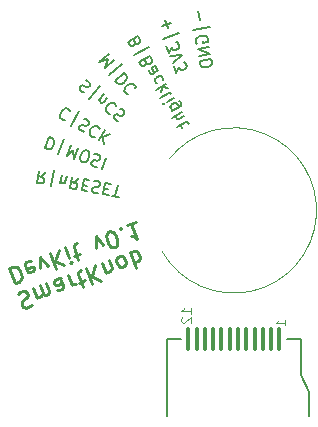
<source format=gbr>
%TF.GenerationSoftware,KiCad,Pcbnew,9.0.1*%
%TF.CreationDate,2025-04-26T02:16:23+02:00*%
%TF.ProjectId,view_screen,76696577-5f73-4637-9265-656e2e6b6963,0.1.0*%
%TF.SameCoordinates,Original*%
%TF.FileFunction,Legend,Bot*%
%TF.FilePolarity,Positive*%
%FSLAX46Y46*%
G04 Gerber Fmt 4.6, Leading zero omitted, Abs format (unit mm)*
G04 Created by KiCad (PCBNEW 9.0.1) date 2025-04-26 02:16:23*
%MOMM*%
%LPD*%
G01*
G04 APERTURE LIST*
G04 Aperture macros list*
%AMRoundRect*
0 Rectangle with rounded corners*
0 $1 Rounding radius*
0 $2 $3 $4 $5 $6 $7 $8 $9 X,Y pos of 4 corners*
0 Add a 4 corners polygon primitive as box body*
4,1,4,$2,$3,$4,$5,$6,$7,$8,$9,$2,$3,0*
0 Add four circle primitives for the rounded corners*
1,1,$1+$1,$2,$3*
1,1,$1+$1,$4,$5*
1,1,$1+$1,$6,$7*
1,1,$1+$1,$8,$9*
0 Add four rect primitives between the rounded corners*
20,1,$1+$1,$2,$3,$4,$5,0*
20,1,$1+$1,$4,$5,$6,$7,0*
20,1,$1+$1,$6,$7,$8,$9,0*
20,1,$1+$1,$8,$9,$2,$3,0*%
%AMRotRect*
0 Rectangle, with rotation*
0 The origin of the aperture is its center*
0 $1 length*
0 $2 width*
0 $3 Rotation angle, in degrees counterclockwise*
0 Add horizontal line*
21,1,$1,$2,0,0,$3*%
G04 Aperture macros list end*
%ADD10C,0.120000*%
%ADD11C,0.270000*%
%ADD12C,0.150000*%
%ADD13C,2.400000*%
%ADD14RoundRect,0.087500X0.087500X-0.912500X0.087500X0.912500X-0.087500X0.912500X-0.087500X-0.912500X0*%
%ADD15RoundRect,0.150000X0.583790X-0.163846X-0.433790X0.423654X-0.583790X0.163846X0.433790X-0.423654X0*%
%ADD16RoundRect,0.200000X-0.264360X-0.213866X0.122010X-0.317393X0.264360X0.213866X-0.122010X0.317393X0*%
%ADD17RoundRect,0.200000X0.335876X0.053033X0.053033X0.335876X-0.335876X-0.053033X-0.053033X-0.335876X0*%
%ADD18RoundRect,0.200000X0.264360X0.213866X-0.122010X0.317393X-0.264360X-0.213866X0.122010X-0.317393X0*%
%ADD19RoundRect,0.225000X-0.333843X0.040915X-0.075733X-0.327703X0.333843X-0.040915X0.075733X0.327703X0*%
%ADD20RoundRect,1.000000X-0.469843X0.171019X-0.469850X0.171001X0.469843X-0.171019X0.469850X-0.171001X0*%
%ADD21RoundRect,1.000000X-0.171001X0.469850X-0.171019X0.469843X0.171001X-0.469850X0.171019X-0.469843X0*%
%ADD22RotRect,0.300000X1.800000X135.000000*%
%ADD23RotRect,1.200000X1.075000X135.000000*%
%ADD24RoundRect,1.000000X-0.086814X0.492406X-0.086834X0.492402X0.086814X-0.492406X0.086834X-0.492402X0*%
%ADD25RoundRect,1.000000X-0.433008X0.250009X-0.433018X0.249991X0.433008X-0.250009X0.433018X-0.249991X0*%
%ADD26RoundRect,1.000000X-0.321386X0.383029X-0.321401X0.383016X0.321386X-0.383029X0.321401X-0.383016X0*%
%ADD27RoundRect,1.000000X-0.492402X0.086834X-0.492406X0.086814X0.492402X-0.086834X0.492406X-0.086814X0*%
%ADD28RoundRect,1.000000X-0.249991X0.433018X-0.250009X0.433008X0.249991X-0.433018X0.250009X-0.433008X0*%
%ADD29RoundRect,1.000000X-0.383016X0.321401X-0.383029X0.321386X0.383016X-0.321401X0.383029X-0.321386X0*%
G04 APERTURE END LIST*
D10*
X94557095Y-95598321D02*
G75*
G02*
X93937823Y-103500000I5442905J-4401679D01*
G01*
D11*
X81709034Y-107074270D02*
X81874171Y-106943219D01*
X81874171Y-106943219D02*
X82187402Y-106829213D01*
X82187402Y-106829213D02*
X82335496Y-106846256D01*
X82335496Y-106846256D02*
X82420943Y-106886101D01*
X82420943Y-106886101D02*
X82529192Y-106988592D01*
X82529192Y-106988592D02*
X82574795Y-107113884D01*
X82574795Y-107113884D02*
X82557751Y-107261978D01*
X82557751Y-107261978D02*
X82517906Y-107347426D01*
X82517906Y-107347426D02*
X82415415Y-107455674D01*
X82415415Y-107455674D02*
X82187632Y-107609526D01*
X82187632Y-107609526D02*
X82085141Y-107717775D01*
X82085141Y-107717775D02*
X82045296Y-107803222D01*
X82045296Y-107803222D02*
X82028253Y-107951316D01*
X82028253Y-107951316D02*
X82073855Y-108076608D01*
X82073855Y-108076608D02*
X82182104Y-108179099D01*
X82182104Y-108179099D02*
X82267552Y-108218944D01*
X82267552Y-108218944D02*
X82415646Y-108235988D01*
X82415646Y-108235988D02*
X82728876Y-108121981D01*
X82728876Y-108121981D02*
X82894014Y-107990931D01*
X83001802Y-106532795D02*
X83321021Y-107409842D01*
X83275418Y-107284549D02*
X83360866Y-107324394D01*
X83360866Y-107324394D02*
X83508959Y-107341438D01*
X83508959Y-107341438D02*
X83696898Y-107273034D01*
X83696898Y-107273034D02*
X83799389Y-107164785D01*
X83799389Y-107164785D02*
X83816432Y-107016691D01*
X83816432Y-107016691D02*
X83565618Y-106327583D01*
X83816432Y-107016691D02*
X83924681Y-107119182D01*
X83924681Y-107119182D02*
X84072775Y-107136226D01*
X84072775Y-107136226D02*
X84260713Y-107067822D01*
X84260713Y-107067822D02*
X84363204Y-106959573D01*
X84363204Y-106959573D02*
X84380248Y-106811479D01*
X84380248Y-106811479D02*
X84129433Y-106122371D01*
X85319711Y-105689146D02*
X85570526Y-106378253D01*
X85570526Y-106378253D02*
X85553482Y-106526347D01*
X85553482Y-106526347D02*
X85450991Y-106634596D01*
X85450991Y-106634596D02*
X85200406Y-106725801D01*
X85200406Y-106725801D02*
X85052313Y-106708758D01*
X85342512Y-105751792D02*
X85194418Y-105734748D01*
X85194418Y-105734748D02*
X84881188Y-105848755D01*
X84881188Y-105848755D02*
X84778697Y-105957004D01*
X84778697Y-105957004D02*
X84761653Y-106105098D01*
X84761653Y-106105098D02*
X84807256Y-106230390D01*
X84807256Y-106230390D02*
X84915505Y-106332881D01*
X84915505Y-106332881D02*
X85063598Y-106349924D01*
X85063598Y-106349924D02*
X85376829Y-106235918D01*
X85376829Y-106235918D02*
X85524923Y-106252961D01*
X85946173Y-105461132D02*
X86265392Y-106338178D01*
X86174186Y-106087594D02*
X86282435Y-106190085D01*
X86282435Y-106190085D02*
X86367883Y-106229930D01*
X86367883Y-106229930D02*
X86515976Y-106246973D01*
X86515976Y-106246973D02*
X86641269Y-106201370D01*
X86891854Y-106110165D02*
X87393023Y-105927754D01*
X87239402Y-106480284D02*
X86828977Y-105352653D01*
X86828977Y-105352653D02*
X86846021Y-105204559D01*
X86846021Y-105204559D02*
X86948512Y-105096310D01*
X86948512Y-105096310D02*
X87073804Y-105050708D01*
X87512328Y-104891098D02*
X87991156Y-106206668D01*
X88264082Y-104617482D02*
X87973882Y-105574448D01*
X88742910Y-105933052D02*
X87717540Y-105454914D01*
X89147116Y-105289317D02*
X88827897Y-104412270D01*
X89101513Y-105164024D02*
X89186961Y-105203869D01*
X89186961Y-105203869D02*
X89335055Y-105220913D01*
X89335055Y-105220913D02*
X89522993Y-105152509D01*
X89522993Y-105152509D02*
X89625484Y-105044260D01*
X89625484Y-105044260D02*
X89642528Y-104896166D01*
X89642528Y-104896166D02*
X89391713Y-104207058D01*
X90206113Y-103910640D02*
X90103622Y-104018889D01*
X90103622Y-104018889D02*
X90063778Y-104104337D01*
X90063778Y-104104337D02*
X90046734Y-104252431D01*
X90046734Y-104252431D02*
X90183542Y-104628308D01*
X90183542Y-104628308D02*
X90291791Y-104730799D01*
X90291791Y-104730799D02*
X90377238Y-104770643D01*
X90377238Y-104770643D02*
X90525332Y-104787687D01*
X90525332Y-104787687D02*
X90713271Y-104719283D01*
X90713271Y-104719283D02*
X90815762Y-104611034D01*
X90815762Y-104611034D02*
X90855607Y-104525587D01*
X90855607Y-104525587D02*
X90872650Y-104377493D01*
X90872650Y-104377493D02*
X90735842Y-104001616D01*
X90735842Y-104001616D02*
X90627593Y-103899125D01*
X90627593Y-103899125D02*
X90542146Y-103859280D01*
X90542146Y-103859280D02*
X90394052Y-103842236D01*
X90394052Y-103842236D02*
X90206113Y-103910640D01*
X91208452Y-103545819D02*
X91687281Y-104861389D01*
X91504870Y-104360219D02*
X91652964Y-104377263D01*
X91652964Y-104377263D02*
X91903548Y-104286057D01*
X91903548Y-104286057D02*
X92006039Y-104177808D01*
X92006039Y-104177808D02*
X92045884Y-104092361D01*
X92045884Y-104092361D02*
X92062928Y-103944267D01*
X92062928Y-103944267D02*
X91926120Y-103568390D01*
X91926120Y-103568390D02*
X91817871Y-103465899D01*
X91817871Y-103465899D02*
X91732423Y-103426054D01*
X91732423Y-103426054D02*
X91584330Y-103409011D01*
X91584330Y-103409011D02*
X91333745Y-103500216D01*
X91333745Y-103500216D02*
X91231254Y-103608465D01*
X80977992Y-104870828D02*
X81456820Y-106186398D01*
X81456820Y-106186398D02*
X81770051Y-106072391D01*
X81770051Y-106072391D02*
X81935188Y-105941341D01*
X81935188Y-105941341D02*
X82014878Y-105770446D01*
X82014878Y-105770446D02*
X82031921Y-105622352D01*
X82031921Y-105622352D02*
X82003362Y-105348966D01*
X82003362Y-105348966D02*
X81934958Y-105161028D01*
X81934958Y-105161028D02*
X81781106Y-104933244D01*
X81781106Y-104933244D02*
X81672858Y-104830753D01*
X81672858Y-104830753D02*
X81501963Y-104751064D01*
X81501963Y-104751064D02*
X81291223Y-104756821D01*
X81291223Y-104756821D02*
X80977992Y-104870828D01*
X82817532Y-104272235D02*
X82669439Y-104255192D01*
X82669439Y-104255192D02*
X82418854Y-104346397D01*
X82418854Y-104346397D02*
X82316363Y-104454646D01*
X82316363Y-104454646D02*
X82299319Y-104602740D01*
X82299319Y-104602740D02*
X82481730Y-105103909D01*
X82481730Y-105103909D02*
X82589979Y-105206400D01*
X82589979Y-105206400D02*
X82738073Y-105223444D01*
X82738073Y-105223444D02*
X82988657Y-105132238D01*
X82988657Y-105132238D02*
X83091148Y-105023989D01*
X83091148Y-105023989D02*
X83108192Y-104875896D01*
X83108192Y-104875896D02*
X83062589Y-104750603D01*
X83062589Y-104750603D02*
X82390525Y-104853324D01*
X83615119Y-104904225D02*
X83609131Y-103913172D01*
X83609131Y-103913172D02*
X84241581Y-104676211D01*
X84423532Y-103616754D02*
X84902360Y-104932324D01*
X85175286Y-103343138D02*
X84885086Y-104300104D01*
X85654114Y-104658708D02*
X84628744Y-104180570D01*
X85739101Y-103137926D02*
X86058320Y-104014972D01*
X86217930Y-104453496D02*
X86132482Y-104413651D01*
X86132482Y-104413651D02*
X86172327Y-104328203D01*
X86172327Y-104328203D02*
X86257774Y-104368048D01*
X86257774Y-104368048D02*
X86217930Y-104453496D01*
X86217930Y-104453496D02*
X86172327Y-104328203D01*
X86496844Y-103855363D02*
X86998013Y-103672952D01*
X86844392Y-104225482D02*
X86433968Y-103097851D01*
X86433968Y-103097851D02*
X86451011Y-102949757D01*
X86451011Y-102949757D02*
X86553502Y-102841508D01*
X86553502Y-102841508D02*
X86678794Y-102795906D01*
X88313583Y-103194124D02*
X88307595Y-102203071D01*
X88307595Y-102203071D02*
X88940045Y-102966110D01*
X89851409Y-103131017D02*
X89976701Y-103085415D01*
X89976701Y-103085415D02*
X90079192Y-102977166D01*
X90079192Y-102977166D02*
X90119037Y-102891718D01*
X90119037Y-102891718D02*
X90136080Y-102743625D01*
X90136080Y-102743625D02*
X90107521Y-102470239D01*
X90107521Y-102470239D02*
X89993514Y-102157008D01*
X89993514Y-102157008D02*
X89839663Y-101929224D01*
X89839663Y-101929224D02*
X89731414Y-101826733D01*
X89731414Y-101826733D02*
X89645967Y-101786889D01*
X89645967Y-101786889D02*
X89497873Y-101769845D01*
X89497873Y-101769845D02*
X89372580Y-101815448D01*
X89372580Y-101815448D02*
X89270089Y-101923697D01*
X89270089Y-101923697D02*
X89230245Y-102009144D01*
X89230245Y-102009144D02*
X89213201Y-102157238D01*
X89213201Y-102157238D02*
X89241760Y-102430624D01*
X89241760Y-102430624D02*
X89355767Y-102743855D01*
X89355767Y-102743855D02*
X89509619Y-102971638D01*
X89509619Y-102971638D02*
X89617867Y-103074129D01*
X89617867Y-103074129D02*
X89703315Y-103113974D01*
X89703315Y-103113974D02*
X89851409Y-103131017D01*
X90420522Y-101575919D02*
X90460366Y-101490471D01*
X90460366Y-101490471D02*
X90374919Y-101450626D01*
X90374919Y-101450626D02*
X90335074Y-101536074D01*
X90335074Y-101536074D02*
X90420522Y-101575919D01*
X90420522Y-101575919D02*
X90374919Y-101450626D01*
X91690489Y-100971798D02*
X90938735Y-101245414D01*
X91314612Y-101108606D02*
X91793440Y-102424176D01*
X91793440Y-102424176D02*
X91599744Y-102281840D01*
X91599744Y-102281840D02*
X91428849Y-102202150D01*
X91428849Y-102202150D02*
X91280755Y-102185107D01*
D10*
X96363855Y-108747618D02*
X96363855Y-108290475D01*
X96363855Y-108519047D02*
X95563855Y-108519047D01*
X95563855Y-108519047D02*
X95678140Y-108442856D01*
X95678140Y-108442856D02*
X95754331Y-108366666D01*
X95754331Y-108366666D02*
X95792426Y-108290475D01*
X95640045Y-109052380D02*
X95601950Y-109090476D01*
X95601950Y-109090476D02*
X95563855Y-109166666D01*
X95563855Y-109166666D02*
X95563855Y-109357142D01*
X95563855Y-109357142D02*
X95601950Y-109433333D01*
X95601950Y-109433333D02*
X95640045Y-109471428D01*
X95640045Y-109471428D02*
X95716236Y-109509523D01*
X95716236Y-109509523D02*
X95792426Y-109509523D01*
X95792426Y-109509523D02*
X95906712Y-109471428D01*
X95906712Y-109471428D02*
X96363855Y-109014285D01*
X96363855Y-109014285D02*
X96363855Y-109509523D01*
X104363855Y-109728571D02*
X104363855Y-109271428D01*
X104363855Y-109500000D02*
X103563855Y-109500000D01*
X103563855Y-109500000D02*
X103678140Y-109423809D01*
X103678140Y-109423809D02*
X103754331Y-109347619D01*
X103754331Y-109347619D02*
X103792426Y-109271428D01*
D12*
X84361578Y-93801272D02*
X84019558Y-94740965D01*
X84019558Y-94740965D02*
X84243294Y-94822398D01*
X84243294Y-94822398D02*
X84393823Y-94826511D01*
X84393823Y-94826511D02*
X84515891Y-94769590D01*
X84515891Y-94769590D02*
X84593211Y-94696382D01*
X84593211Y-94696382D02*
X84703105Y-94533680D01*
X84703105Y-94533680D02*
X84751965Y-94399438D01*
X84751965Y-94399438D02*
X84772365Y-94204162D01*
X84772365Y-94204162D02*
X84760191Y-94098381D01*
X84760191Y-94098381D02*
X84703270Y-93976313D01*
X84703270Y-93976313D02*
X84585315Y-93882706D01*
X84585315Y-93882706D02*
X84361578Y-93801272D01*
X85639014Y-93911495D02*
X85150414Y-95253913D01*
X86196216Y-94469026D02*
X85854196Y-95408719D01*
X85854196Y-95408719D02*
X86411727Y-94851516D01*
X86411727Y-94851516D02*
X86480658Y-95636732D01*
X86480658Y-95636732D02*
X86822678Y-94697040D01*
X87107119Y-95864746D02*
X87286109Y-95929892D01*
X87286109Y-95929892D02*
X87391890Y-95917718D01*
X87391890Y-95917718D02*
X87513958Y-95860797D01*
X87513958Y-95860797D02*
X87623852Y-95698095D01*
X87623852Y-95698095D02*
X87737858Y-95384864D01*
X87737858Y-95384864D02*
X87758258Y-95189588D01*
X87758258Y-95189588D02*
X87701337Y-95067520D01*
X87701337Y-95067520D02*
X87628129Y-94990200D01*
X87628129Y-94990200D02*
X87449140Y-94925053D01*
X87449140Y-94925053D02*
X87343358Y-94937227D01*
X87343358Y-94937227D02*
X87221291Y-94994148D01*
X87221291Y-94994148D02*
X87111397Y-95156850D01*
X87111397Y-95156850D02*
X86997390Y-95470081D01*
X86997390Y-95470081D02*
X86976990Y-95665357D01*
X86976990Y-95665357D02*
X87033912Y-95787425D01*
X87033912Y-95787425D02*
X87107119Y-95864746D01*
X88193556Y-95246674D02*
X88344085Y-95250786D01*
X88344085Y-95250786D02*
X88567821Y-95332220D01*
X88567821Y-95332220D02*
X88641029Y-95409540D01*
X88641029Y-95409540D02*
X88669490Y-95470574D01*
X88669490Y-95470574D02*
X88681664Y-95576355D01*
X88681664Y-95576355D02*
X88649090Y-95665850D01*
X88649090Y-95665850D02*
X88571770Y-95739058D01*
X88571770Y-95739058D02*
X88510736Y-95767518D01*
X88510736Y-95767518D02*
X88404955Y-95779692D01*
X88404955Y-95779692D02*
X88209679Y-95759293D01*
X88209679Y-95759293D02*
X88103898Y-95771467D01*
X88103898Y-95771467D02*
X88042864Y-95799927D01*
X88042864Y-95799927D02*
X87965543Y-95873135D01*
X87965543Y-95873135D02*
X87932970Y-95962630D01*
X87932970Y-95962630D02*
X87945144Y-96068411D01*
X87945144Y-96068411D02*
X87973604Y-96129445D01*
X87973604Y-96129445D02*
X88046812Y-96206766D01*
X88046812Y-96206766D02*
X88270548Y-96288199D01*
X88270548Y-96288199D02*
X88421077Y-96292312D01*
X89149536Y-95543946D02*
X88807516Y-96483639D01*
X94152674Y-83871614D02*
X94413261Y-84587571D01*
X94640945Y-84099299D02*
X93924989Y-84359886D01*
X95328770Y-85014479D02*
X93986352Y-85503080D01*
X94287573Y-86052221D02*
X94499300Y-86633935D01*
X94499300Y-86633935D02*
X94743271Y-86190411D01*
X94743271Y-86190411D02*
X94792131Y-86324653D01*
X94792131Y-86324653D02*
X94869452Y-86397861D01*
X94869452Y-86397861D02*
X94930486Y-86426321D01*
X94930486Y-86426321D02*
X95036267Y-86438495D01*
X95036267Y-86438495D02*
X95260003Y-86357062D01*
X95260003Y-86357062D02*
X95333211Y-86279741D01*
X95333211Y-86279741D02*
X95361672Y-86218707D01*
X95361672Y-86218707D02*
X95373846Y-86112926D01*
X95373846Y-86112926D02*
X95276126Y-85844442D01*
X95276126Y-85844442D02*
X95198805Y-85771235D01*
X95198805Y-85771235D02*
X95137771Y-85742774D01*
X94597020Y-86902419D02*
X95650719Y-86873630D01*
X95650719Y-86873630D02*
X94825033Y-87528881D01*
X94906467Y-87752617D02*
X95118193Y-88334332D01*
X95118193Y-88334332D02*
X95362165Y-87890807D01*
X95362165Y-87890807D02*
X95411025Y-88025049D01*
X95411025Y-88025049D02*
X95488346Y-88098257D01*
X95488346Y-88098257D02*
X95549379Y-88126718D01*
X95549379Y-88126718D02*
X95655161Y-88138892D01*
X95655161Y-88138892D02*
X95878897Y-88057458D01*
X95878897Y-88057458D02*
X95952105Y-87980138D01*
X95952105Y-87980138D02*
X95980565Y-87919104D01*
X95980565Y-87919104D02*
X95992739Y-87813322D01*
X95992739Y-87813322D02*
X95895019Y-87544839D01*
X95895019Y-87544839D02*
X95817699Y-87471631D01*
X95817699Y-87471631D02*
X95756665Y-87443170D01*
X96987438Y-83108518D02*
X97119741Y-83858848D01*
X97947210Y-84438247D02*
X96540342Y-84686316D01*
X96896021Y-85880795D02*
X96832588Y-85795273D01*
X96832588Y-85795273D02*
X96807781Y-85654586D01*
X96807781Y-85654586D02*
X96829870Y-85505630D01*
X96829870Y-85505630D02*
X96907123Y-85395301D01*
X96907123Y-85395301D02*
X96992645Y-85331867D01*
X96992645Y-85331867D02*
X97171959Y-85251896D01*
X97171959Y-85251896D02*
X97312646Y-85227089D01*
X97312646Y-85227089D02*
X97508497Y-85240909D01*
X97508497Y-85240909D02*
X97610557Y-85271266D01*
X97610557Y-85271266D02*
X97720886Y-85348520D01*
X97720886Y-85348520D02*
X97792589Y-85480938D01*
X97792589Y-85480938D02*
X97809127Y-85574729D01*
X97809127Y-85574729D02*
X97787038Y-85723685D01*
X97787038Y-85723685D02*
X97748411Y-85778849D01*
X97748411Y-85778849D02*
X97420142Y-85836732D01*
X97420142Y-85836732D02*
X97387066Y-85649149D01*
X97916623Y-86184372D02*
X96931815Y-86358020D01*
X96931815Y-86358020D02*
X98015851Y-86747119D01*
X98015851Y-86747119D02*
X97031043Y-86920767D01*
X98098540Y-87216075D02*
X97113733Y-87389723D01*
X97113733Y-87389723D02*
X97155077Y-87624201D01*
X97155077Y-87624201D02*
X97226780Y-87756619D01*
X97226780Y-87756619D02*
X97337109Y-87833872D01*
X97337109Y-87833872D02*
X97439169Y-87864230D01*
X97439169Y-87864230D02*
X97635021Y-87878050D01*
X97635021Y-87878050D02*
X97775707Y-87853243D01*
X97775707Y-87853243D02*
X97955021Y-87773272D01*
X97955021Y-87773272D02*
X98040543Y-87709838D01*
X98040543Y-87709838D02*
X98117796Y-87599509D01*
X98117796Y-87599509D02*
X98139885Y-87450553D01*
X98139885Y-87450553D02*
X98098540Y-87216075D01*
X86118066Y-91623808D02*
X86100636Y-91558759D01*
X86100636Y-91558759D02*
X86000728Y-91446091D01*
X86000728Y-91446091D02*
X85918249Y-91398472D01*
X85918249Y-91398472D02*
X85770722Y-91368283D01*
X85770722Y-91368283D02*
X85640624Y-91403142D01*
X85640624Y-91403142D02*
X85551766Y-91461811D01*
X85551766Y-91461811D02*
X85415288Y-91602959D01*
X85415288Y-91602959D02*
X85343860Y-91726677D01*
X85343860Y-91726677D02*
X85289861Y-91915444D01*
X85289861Y-91915444D02*
X85283481Y-92021732D01*
X85283481Y-92021732D02*
X85318341Y-92151829D01*
X85318341Y-92151829D02*
X85418249Y-92264497D01*
X85418249Y-92264497D02*
X85500728Y-92312116D01*
X85500728Y-92312116D02*
X85648255Y-92342306D01*
X85648255Y-92342306D02*
X85713304Y-92324876D01*
X86909702Y-91585987D02*
X86195416Y-92823166D01*
X87296576Y-92249235D02*
X87444103Y-92279424D01*
X87444103Y-92279424D02*
X87650300Y-92398472D01*
X87650300Y-92398472D02*
X87708969Y-92487330D01*
X87708969Y-92487330D02*
X87726399Y-92552379D01*
X87726399Y-92552379D02*
X87720019Y-92658667D01*
X87720019Y-92658667D02*
X87672400Y-92741146D01*
X87672400Y-92741146D02*
X87583542Y-92799815D01*
X87583542Y-92799815D02*
X87518493Y-92817245D01*
X87518493Y-92817245D02*
X87412205Y-92810865D01*
X87412205Y-92810865D02*
X87223438Y-92756866D01*
X87223438Y-92756866D02*
X87117150Y-92750486D01*
X87117150Y-92750486D02*
X87052101Y-92767916D01*
X87052101Y-92767916D02*
X86963243Y-92826585D01*
X86963243Y-92826585D02*
X86915624Y-92909064D01*
X86915624Y-92909064D02*
X86909244Y-93015352D01*
X86909244Y-93015352D02*
X86926674Y-93080401D01*
X86926674Y-93080401D02*
X86985343Y-93169259D01*
X86985343Y-93169259D02*
X87191539Y-93288307D01*
X87191539Y-93288307D02*
X87339067Y-93318496D01*
X88633664Y-93076189D02*
X88616234Y-93011140D01*
X88616234Y-93011140D02*
X88516325Y-92898472D01*
X88516325Y-92898472D02*
X88433847Y-92850853D01*
X88433847Y-92850853D02*
X88286319Y-92820664D01*
X88286319Y-92820664D02*
X88156222Y-92855523D01*
X88156222Y-92855523D02*
X88067363Y-92914192D01*
X88067363Y-92914192D02*
X87930886Y-93055340D01*
X87930886Y-93055340D02*
X87859457Y-93179058D01*
X87859457Y-93179058D02*
X87805459Y-93367825D01*
X87805459Y-93367825D02*
X87799079Y-93474113D01*
X87799079Y-93474113D02*
X87833938Y-93604210D01*
X87833938Y-93604210D02*
X87933847Y-93716878D01*
X87933847Y-93716878D02*
X88016325Y-93764497D01*
X88016325Y-93764497D02*
X88163853Y-93794687D01*
X88163853Y-93794687D02*
X88228902Y-93777257D01*
X89052436Y-93207996D02*
X88552436Y-94074021D01*
X89547308Y-93493710D02*
X88890440Y-93774296D01*
X89047308Y-94359735D02*
X88838151Y-93579150D01*
X89388145Y-86759739D02*
X88622100Y-87402526D01*
X88622100Y-87402526D02*
X89383537Y-87198741D01*
X89383537Y-87198741D02*
X89050625Y-87913223D01*
X89050625Y-87913223D02*
X89816670Y-87270435D01*
X90531152Y-87603347D02*
X89436803Y-88521615D01*
X90734938Y-88364784D02*
X89968893Y-89007572D01*
X89968893Y-89007572D02*
X90121938Y-89189963D01*
X90121938Y-89189963D02*
X90250243Y-89268789D01*
X90250243Y-89268789D02*
X90384417Y-89280528D01*
X90384417Y-89280528D02*
X90487983Y-89255789D01*
X90487983Y-89255789D02*
X90664505Y-89169831D01*
X90664505Y-89169831D02*
X90773940Y-89078004D01*
X90773940Y-89078004D02*
X90889244Y-88919090D01*
X90889244Y-88919090D02*
X90931592Y-88821394D01*
X90931592Y-88821394D02*
X90943331Y-88687220D01*
X90943331Y-88687220D02*
X90887982Y-88547176D01*
X90887982Y-88547176D02*
X90734938Y-88364784D01*
X91672076Y-89629786D02*
X91677945Y-89562699D01*
X91677945Y-89562699D02*
X91622597Y-89422655D01*
X91622597Y-89422655D02*
X91561379Y-89349699D01*
X91561379Y-89349699D02*
X91433074Y-89270873D01*
X91433074Y-89270873D02*
X91298899Y-89259134D01*
X91298899Y-89259134D02*
X91195334Y-89283873D01*
X91195334Y-89283873D02*
X91018812Y-89369831D01*
X91018812Y-89369831D02*
X90909377Y-89461658D01*
X90909377Y-89461658D02*
X90794072Y-89620572D01*
X90794072Y-89620572D02*
X90751725Y-89718268D01*
X90751725Y-89718268D02*
X90739986Y-89852442D01*
X90739986Y-89852442D02*
X90795334Y-89992486D01*
X90795334Y-89992486D02*
X90856552Y-90065443D01*
X90856552Y-90065443D02*
X90984857Y-90144269D01*
X90984857Y-90144269D02*
X91051945Y-90150138D01*
X84053944Y-96757058D02*
X83642985Y-97168131D01*
X83491197Y-96657831D02*
X83317548Y-97642638D01*
X83317548Y-97642638D02*
X83692713Y-97708790D01*
X83692713Y-97708790D02*
X83794774Y-97678432D01*
X83794774Y-97678432D02*
X83849938Y-97639806D01*
X83849938Y-97639806D02*
X83913372Y-97554283D01*
X83913372Y-97554283D02*
X83938178Y-97413597D01*
X83938178Y-97413597D02*
X83907821Y-97311536D01*
X83907821Y-97311536D02*
X83869194Y-97256372D01*
X83869194Y-97256372D02*
X83783672Y-97192938D01*
X83783672Y-97192938D02*
X83408507Y-97126787D01*
X84768365Y-96544554D02*
X84520296Y-97951422D01*
X85298151Y-97653396D02*
X85413917Y-96996858D01*
X85314689Y-97559605D02*
X85353316Y-97614770D01*
X85353316Y-97614770D02*
X85438838Y-97678203D01*
X85438838Y-97678203D02*
X85579525Y-97703010D01*
X85579525Y-97703010D02*
X85681585Y-97672653D01*
X85681585Y-97672653D02*
X85745019Y-97587130D01*
X85745019Y-97587130D02*
X85835977Y-97071279D01*
X86867681Y-97253196D02*
X86456722Y-97664269D01*
X86304933Y-97153968D02*
X86131285Y-98138776D01*
X86131285Y-98138776D02*
X86506450Y-98204928D01*
X86506450Y-98204928D02*
X86608510Y-98174570D01*
X86608510Y-98174570D02*
X86663675Y-98135943D01*
X86663675Y-98135943D02*
X86727108Y-98050421D01*
X86727108Y-98050421D02*
X86751915Y-97909734D01*
X86751915Y-97909734D02*
X86721557Y-97807674D01*
X86721557Y-97807674D02*
X86682931Y-97752510D01*
X86682931Y-97752510D02*
X86597408Y-97689076D01*
X86597408Y-97689076D02*
X86222244Y-97622924D01*
X87198782Y-97843468D02*
X87527052Y-97901351D01*
X87758697Y-97410306D02*
X87289741Y-97327616D01*
X87289741Y-97327616D02*
X87116093Y-98312424D01*
X87116093Y-98312424D02*
X87585049Y-98395114D01*
X88125593Y-97523353D02*
X88274549Y-97501265D01*
X88274549Y-97501265D02*
X88509027Y-97542609D01*
X88509027Y-97542609D02*
X88594549Y-97606043D01*
X88594549Y-97606043D02*
X88633176Y-97661207D01*
X88633176Y-97661207D02*
X88663533Y-97763268D01*
X88663533Y-97763268D02*
X88646996Y-97857059D01*
X88646996Y-97857059D02*
X88583562Y-97942581D01*
X88583562Y-97942581D02*
X88528397Y-97981208D01*
X88528397Y-97981208D02*
X88426337Y-98011565D01*
X88426337Y-98011565D02*
X88230486Y-98025385D01*
X88230486Y-98025385D02*
X88128426Y-98055743D01*
X88128426Y-98055743D02*
X88073261Y-98094370D01*
X88073261Y-98094370D02*
X88009828Y-98179892D01*
X88009828Y-98179892D02*
X87993290Y-98273683D01*
X87993290Y-98273683D02*
X88023647Y-98375743D01*
X88023647Y-98375743D02*
X88062274Y-98430908D01*
X88062274Y-98430908D02*
X88147796Y-98494341D01*
X88147796Y-98494341D02*
X88382274Y-98535686D01*
X88382274Y-98535686D02*
X88531230Y-98513597D01*
X89027711Y-98165958D02*
X89355980Y-98223840D01*
X89587626Y-97732796D02*
X89118670Y-97650106D01*
X89118670Y-97650106D02*
X88945022Y-98634914D01*
X88945022Y-98634914D02*
X89413978Y-98717603D01*
X89695351Y-98767217D02*
X90258099Y-98866445D01*
X90150373Y-97832023D02*
X89976725Y-98816831D01*
X91599776Y-85773491D02*
X91712444Y-85873400D01*
X91712444Y-85873400D02*
X91777492Y-85890830D01*
X91777492Y-85890830D02*
X91883781Y-85884450D01*
X91883781Y-85884450D02*
X92007499Y-85813021D01*
X92007499Y-85813021D02*
X92066168Y-85724163D01*
X92066168Y-85724163D02*
X92083597Y-85659114D01*
X92083597Y-85659114D02*
X92077218Y-85552826D01*
X92077218Y-85552826D02*
X91886741Y-85222911D01*
X91886741Y-85222911D02*
X91020716Y-85722911D01*
X91020716Y-85722911D02*
X91187383Y-86011587D01*
X91187383Y-86011587D02*
X91276241Y-86070256D01*
X91276241Y-86070256D02*
X91341290Y-86087685D01*
X91341290Y-86087685D02*
X91447578Y-86081306D01*
X91447578Y-86081306D02*
X91530057Y-86033687D01*
X91530057Y-86033687D02*
X91588726Y-85944828D01*
X91588726Y-85944828D02*
X91606156Y-85879779D01*
X91606156Y-85879779D02*
X91599776Y-85773491D01*
X91599776Y-85773491D02*
X91433109Y-85484816D01*
X92794464Y-86128467D02*
X91557285Y-86842752D01*
X92575966Y-87464303D02*
X92688634Y-87564211D01*
X92688634Y-87564211D02*
X92753683Y-87581641D01*
X92753683Y-87581641D02*
X92859971Y-87575261D01*
X92859971Y-87575261D02*
X92983689Y-87503833D01*
X92983689Y-87503833D02*
X93042358Y-87414974D01*
X93042358Y-87414974D02*
X93059788Y-87349926D01*
X93059788Y-87349926D02*
X93053408Y-87243637D01*
X93053408Y-87243637D02*
X92862932Y-86913723D01*
X92862932Y-86913723D02*
X91996907Y-87413723D01*
X91996907Y-87413723D02*
X92163573Y-87702398D01*
X92163573Y-87702398D02*
X92252432Y-87761067D01*
X92252432Y-87761067D02*
X92317480Y-87778497D01*
X92317480Y-87778497D02*
X92423769Y-87772117D01*
X92423769Y-87772117D02*
X92506247Y-87724498D01*
X92506247Y-87724498D02*
X92564916Y-87635640D01*
X92564916Y-87635640D02*
X92582346Y-87570591D01*
X92582346Y-87570591D02*
X92575966Y-87464303D01*
X92575966Y-87464303D02*
X92409300Y-87175628D01*
X93577218Y-88150902D02*
X93123585Y-88412807D01*
X93123585Y-88412807D02*
X93017297Y-88419187D01*
X93017297Y-88419187D02*
X92928439Y-88360518D01*
X92928439Y-88360518D02*
X92833201Y-88195560D01*
X92833201Y-88195560D02*
X92826821Y-88089272D01*
X93535978Y-88174712D02*
X93529599Y-88068424D01*
X93529599Y-88068424D02*
X93410551Y-87862227D01*
X93410551Y-87862227D02*
X93321693Y-87803558D01*
X93321693Y-87803558D02*
X93215405Y-87809938D01*
X93215405Y-87809938D02*
X93132926Y-87857557D01*
X93132926Y-87857557D02*
X93074257Y-87946415D01*
X93074257Y-87946415D02*
X93080637Y-88052703D01*
X93080637Y-88052703D02*
X93199684Y-88258900D01*
X93199684Y-88258900D02*
X93206064Y-88365188D01*
X93988359Y-88958259D02*
X93981980Y-88851970D01*
X93981980Y-88851970D02*
X93886742Y-88687013D01*
X93886742Y-88687013D02*
X93797883Y-88628344D01*
X93797883Y-88628344D02*
X93732834Y-88610914D01*
X93732834Y-88610914D02*
X93626546Y-88617294D01*
X93626546Y-88617294D02*
X93379110Y-88760151D01*
X93379110Y-88760151D02*
X93320441Y-88849010D01*
X93320441Y-88849010D02*
X93303012Y-88914058D01*
X93303012Y-88914058D02*
X93309391Y-89020347D01*
X93309391Y-89020347D02*
X93404629Y-89185304D01*
X93404629Y-89185304D02*
X93493488Y-89243973D01*
X94243884Y-89305603D02*
X93377859Y-89805603D01*
X93961589Y-89578558D02*
X94434361Y-89635517D01*
X93857010Y-89968851D02*
X93996449Y-89448460D01*
X94720075Y-90130389D02*
X94631217Y-90071720D01*
X94631217Y-90071720D02*
X94524929Y-90078100D01*
X94524929Y-90078100D02*
X93782621Y-90506671D01*
X94910551Y-90460304D02*
X94333201Y-90793637D01*
X94044526Y-90960304D02*
X94061956Y-90895255D01*
X94061956Y-90895255D02*
X94127005Y-90912685D01*
X94127005Y-90912685D02*
X94109575Y-90977734D01*
X94109575Y-90977734D02*
X94044526Y-90960304D01*
X94044526Y-90960304D02*
X94127005Y-90912685D01*
X94785582Y-91577184D02*
X95486650Y-91172422D01*
X95486650Y-91172422D02*
X95545319Y-91083563D01*
X95545319Y-91083563D02*
X95562749Y-91018515D01*
X95562749Y-91018515D02*
X95556369Y-90912226D01*
X95556369Y-90912226D02*
X95484941Y-90788509D01*
X95484941Y-90788509D02*
X95396082Y-90729839D01*
X95321693Y-91267660D02*
X95315313Y-91161372D01*
X95315313Y-91161372D02*
X95220075Y-90996415D01*
X95220075Y-90996415D02*
X95131217Y-90937745D01*
X95131217Y-90937745D02*
X95066168Y-90920316D01*
X95066168Y-90920316D02*
X94959880Y-90926695D01*
X94959880Y-90926695D02*
X94712444Y-91069553D01*
X94712444Y-91069553D02*
X94653775Y-91158411D01*
X94653775Y-91158411D02*
X94636345Y-91223460D01*
X94636345Y-91223460D02*
X94642725Y-91329748D01*
X94642725Y-91329748D02*
X94737963Y-91494705D01*
X94737963Y-91494705D02*
X94826821Y-91553374D01*
X95601027Y-91656244D02*
X94735002Y-92156244D01*
X95815313Y-92027397D02*
X95361681Y-92289302D01*
X95361681Y-92289302D02*
X95255393Y-92295682D01*
X95255393Y-92295682D02*
X95166534Y-92237013D01*
X95166534Y-92237013D02*
X95095106Y-92113295D01*
X95095106Y-92113295D02*
X95088726Y-92007007D01*
X95088726Y-92007007D02*
X95106156Y-91941958D01*
X95404630Y-92649406D02*
X95595106Y-92979320D01*
X95187383Y-92939790D02*
X95929691Y-92511219D01*
X95929691Y-92511219D02*
X96035979Y-92504839D01*
X96035979Y-92504839D02*
X96124837Y-92563508D01*
X96124837Y-92563508D02*
X96172456Y-92645987D01*
X87448237Y-88950700D02*
X87588281Y-89006049D01*
X87588281Y-89006049D02*
X87770672Y-89159094D01*
X87770672Y-89159094D02*
X87813020Y-89256790D01*
X87813020Y-89256790D02*
X87818889Y-89323877D01*
X87818889Y-89323877D02*
X87794150Y-89427443D01*
X87794150Y-89427443D02*
X87732932Y-89500399D01*
X87732932Y-89500399D02*
X87635236Y-89542747D01*
X87635236Y-89542747D02*
X87568148Y-89548616D01*
X87568148Y-89548616D02*
X87464583Y-89523877D01*
X87464583Y-89523877D02*
X87288061Y-89437919D01*
X87288061Y-89437919D02*
X87184495Y-89413180D01*
X87184495Y-89413180D02*
X87117408Y-89419049D01*
X87117408Y-89419049D02*
X87019712Y-89461397D01*
X87019712Y-89461397D02*
X86958494Y-89534353D01*
X86958494Y-89534353D02*
X86933754Y-89637919D01*
X86933754Y-89637919D02*
X86939624Y-89705006D01*
X86939624Y-89705006D02*
X86981971Y-89802702D01*
X86981971Y-89802702D02*
X87164363Y-89955747D01*
X87164363Y-89955747D02*
X87304407Y-90011096D01*
X88641544Y-89454706D02*
X87723276Y-90549056D01*
X88545931Y-90679885D02*
X88974456Y-90169189D01*
X88607149Y-90606928D02*
X88613019Y-90674015D01*
X88613019Y-90674015D02*
X88655366Y-90771712D01*
X88655366Y-90771712D02*
X88764801Y-90863538D01*
X88764801Y-90863538D02*
X88868367Y-90888278D01*
X88868367Y-90888278D02*
X88966063Y-90845930D01*
X88966063Y-90845930D02*
X89302761Y-90444669D01*
X90044066Y-91191022D02*
X90038197Y-91123935D01*
X90038197Y-91123935D02*
X89959371Y-90995630D01*
X89959371Y-90995630D02*
X89886414Y-90934412D01*
X89886414Y-90934412D02*
X89746370Y-90879063D01*
X89746370Y-90879063D02*
X89612196Y-90890802D01*
X89612196Y-90890802D02*
X89514500Y-90933150D01*
X89514500Y-90933150D02*
X89355586Y-91048454D01*
X89355586Y-91048454D02*
X89263759Y-91157889D01*
X89263759Y-91157889D02*
X89177801Y-91334411D01*
X89177801Y-91334411D02*
X89153062Y-91437977D01*
X89153062Y-91437977D02*
X89164801Y-91572151D01*
X89164801Y-91572151D02*
X89243627Y-91700456D01*
X89243627Y-91700456D02*
X89316583Y-91761674D01*
X89316583Y-91761674D02*
X89456627Y-91817023D01*
X89456627Y-91817023D02*
X89523714Y-91811153D01*
X90366501Y-91399415D02*
X90506545Y-91454764D01*
X90506545Y-91454764D02*
X90688937Y-91607808D01*
X90688937Y-91607808D02*
X90731285Y-91705505D01*
X90731285Y-91705505D02*
X90737154Y-91772592D01*
X90737154Y-91772592D02*
X90712414Y-91876157D01*
X90712414Y-91876157D02*
X90651196Y-91949114D01*
X90651196Y-91949114D02*
X90553500Y-91991462D01*
X90553500Y-91991462D02*
X90486413Y-91997331D01*
X90486413Y-91997331D02*
X90382848Y-91972592D01*
X90382848Y-91972592D02*
X90206325Y-91886634D01*
X90206325Y-91886634D02*
X90102760Y-91861895D01*
X90102760Y-91861895D02*
X90035673Y-91867764D01*
X90035673Y-91867764D02*
X89937976Y-91910112D01*
X89937976Y-91910112D02*
X89876759Y-91983068D01*
X89876759Y-91983068D02*
X89852019Y-92086634D01*
X89852019Y-92086634D02*
X89857888Y-92153721D01*
X89857888Y-92153721D02*
X89900236Y-92251417D01*
X89900236Y-92251417D02*
X90082628Y-92404462D01*
X90082628Y-92404462D02*
X90222671Y-92459810D01*
%TO.C,J2*%
X94300000Y-110900000D02*
X94300000Y-117400000D01*
X94300000Y-110900000D02*
X95500000Y-110900000D01*
X105700000Y-110900000D02*
X104500000Y-110900000D01*
X105700000Y-110900000D02*
X105700000Y-113900000D01*
X106400000Y-115400000D02*
X105700000Y-113900000D01*
X106400000Y-117400000D02*
X106400000Y-115400000D01*
%TD*%
%LPC*%
D13*
%TO.C,H1*%
X94000000Y-100000000D03*
%TD*%
D14*
%TO.C,J2*%
X103850000Y-110900000D03*
X103150000Y-110900000D03*
X102450000Y-110900000D03*
X101750000Y-110900000D03*
X101050000Y-110900000D03*
X100350000Y-110900000D03*
X99650000Y-110900000D03*
X98950000Y-110900000D03*
X98250000Y-110900000D03*
X97550000Y-110900000D03*
X96850000Y-110900000D03*
X96150000Y-110900000D03*
%TD*%
D15*
%TO.C,Q1*%
X116286491Y-108416385D03*
X115336491Y-110061833D03*
X114187693Y-108301609D03*
%TD*%
D16*
%TO.C,R1*%
X116311487Y-103532587D03*
X117905265Y-103959639D03*
%TD*%
D17*
%TO.C,R2*%
X112883363Y-112883363D03*
X111716637Y-111716637D03*
%TD*%
D18*
%TO.C,R3*%
X117504167Y-105489058D03*
X115910389Y-105062006D03*
%TD*%
D19*
%TO.C,C2*%
X108855478Y-114065157D03*
X109744522Y-115334843D03*
%TD*%
%TO.C,C1*%
X110155478Y-113165157D03*
X111044522Y-114434843D03*
%TD*%
D20*
%TO.C,TP3*%
X82100000Y-93500000D03*
%TD*%
D21*
%TO.C,TP6*%
X93500000Y-82000000D03*
%TD*%
D22*
%TO.C,J6*%
X114860660Y-87610660D03*
X114507107Y-87257106D03*
X114153553Y-86903553D03*
X113800000Y-86550000D03*
X113446446Y-86196446D03*
X113092893Y-85842893D03*
X112739340Y-85489339D03*
X112385786Y-85135786D03*
D23*
X114613173Y-89590559D03*
X110405887Y-85383273D03*
%TD*%
D24*
%TO.C,TP5*%
X96600000Y-81200000D03*
%TD*%
D25*
%TO.C,TP2*%
X83500000Y-90500000D03*
%TD*%
D26*
%TO.C,TP8*%
X87750000Y-85500000D03*
%TD*%
D27*
%TO.C,TP4*%
X81250000Y-96750000D03*
%TD*%
D28*
%TO.C,TP7*%
X90500000Y-83500000D03*
%TD*%
D29*
%TO.C,TP1*%
X85500000Y-87750000D03*
%TD*%
%LPD*%
M02*

</source>
